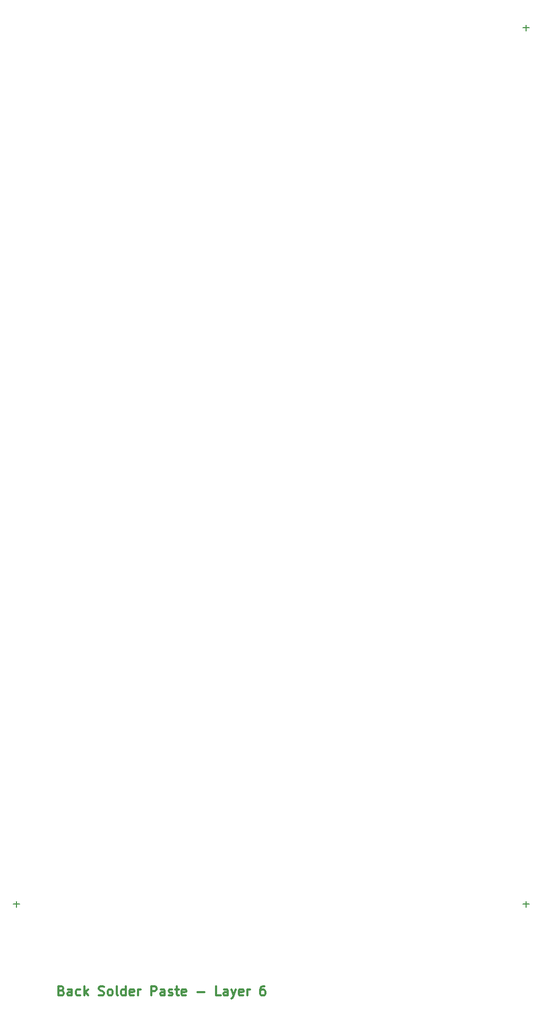
<source format=gbp>
G04 #@! TF.FileFunction,Paste,Bot*
%FSLAX46Y46*%
G04 Gerber Fmt 4.6, Leading zero omitted, Abs format (unit mm)*
G04 Created by KiCad (PCBNEW 4.0.5) date 01/22/17 20:45:39*
%MOMM*%
%LPD*%
G01*
G04 APERTURE LIST*
%ADD10C,0.150000*%
%ADD11C,0.127000*%
%ADD12C,0.299720*%
G04 APERTURE END LIST*
D10*
D11*
X107163809Y-22950714D02*
X106196190Y-22950714D01*
X106680000Y-23434524D02*
X106680000Y-22466905D01*
X25883809Y-162650714D02*
X24916190Y-162650714D01*
X25400000Y-163134524D02*
X25400000Y-162166905D01*
X107163809Y-162650714D02*
X106196190Y-162650714D01*
X106680000Y-163134524D02*
X106680000Y-162166905D01*
D12*
X32607794Y-176422776D02*
X32822243Y-176494259D01*
X32893726Y-176565741D01*
X32965209Y-176708707D01*
X32965209Y-176923156D01*
X32893726Y-177066121D01*
X32822243Y-177137604D01*
X32679277Y-177209087D01*
X32107414Y-177209087D01*
X32107414Y-175707947D01*
X32607794Y-175707947D01*
X32750760Y-175779430D01*
X32822243Y-175850913D01*
X32893726Y-175993879D01*
X32893726Y-176136844D01*
X32822243Y-176279810D01*
X32750760Y-176351293D01*
X32607794Y-176422776D01*
X32107414Y-176422776D01*
X34251900Y-177209087D02*
X34251900Y-176422776D01*
X34180417Y-176279810D01*
X34037451Y-176208327D01*
X33751520Y-176208327D01*
X33608554Y-176279810D01*
X34251900Y-177137604D02*
X34108934Y-177209087D01*
X33751520Y-177209087D01*
X33608554Y-177137604D01*
X33537071Y-176994639D01*
X33537071Y-176851673D01*
X33608554Y-176708707D01*
X33751520Y-176637224D01*
X34108934Y-176637224D01*
X34251900Y-176565741D01*
X35610074Y-177137604D02*
X35467108Y-177209087D01*
X35181177Y-177209087D01*
X35038211Y-177137604D01*
X34966728Y-177066121D01*
X34895245Y-176923156D01*
X34895245Y-176494259D01*
X34966728Y-176351293D01*
X35038211Y-176279810D01*
X35181177Y-176208327D01*
X35467108Y-176208327D01*
X35610074Y-176279810D01*
X36253419Y-177209087D02*
X36253419Y-175707947D01*
X36396385Y-176637224D02*
X36825282Y-177209087D01*
X36825282Y-176208327D02*
X36253419Y-176780190D01*
X38540871Y-177137604D02*
X38755320Y-177209087D01*
X39112734Y-177209087D01*
X39255700Y-177137604D01*
X39327183Y-177066121D01*
X39398666Y-176923156D01*
X39398666Y-176780190D01*
X39327183Y-176637224D01*
X39255700Y-176565741D01*
X39112734Y-176494259D01*
X38826803Y-176422776D01*
X38683837Y-176351293D01*
X38612354Y-176279810D01*
X38540871Y-176136844D01*
X38540871Y-175993879D01*
X38612354Y-175850913D01*
X38683837Y-175779430D01*
X38826803Y-175707947D01*
X39184217Y-175707947D01*
X39398666Y-175779430D01*
X40256460Y-177209087D02*
X40113494Y-177137604D01*
X40042011Y-177066121D01*
X39970528Y-176923156D01*
X39970528Y-176494259D01*
X40042011Y-176351293D01*
X40113494Y-176279810D01*
X40256460Y-176208327D01*
X40470908Y-176208327D01*
X40613874Y-176279810D01*
X40685357Y-176351293D01*
X40756840Y-176494259D01*
X40756840Y-176923156D01*
X40685357Y-177066121D01*
X40613874Y-177137604D01*
X40470908Y-177209087D01*
X40256460Y-177209087D01*
X41614634Y-177209087D02*
X41471668Y-177137604D01*
X41400185Y-176994639D01*
X41400185Y-175707947D01*
X42829842Y-177209087D02*
X42829842Y-175707947D01*
X42829842Y-177137604D02*
X42686876Y-177209087D01*
X42400945Y-177209087D01*
X42257979Y-177137604D01*
X42186496Y-177066121D01*
X42115013Y-176923156D01*
X42115013Y-176494259D01*
X42186496Y-176351293D01*
X42257979Y-176279810D01*
X42400945Y-176208327D01*
X42686876Y-176208327D01*
X42829842Y-176279810D01*
X44116533Y-177137604D02*
X43973567Y-177209087D01*
X43687636Y-177209087D01*
X43544670Y-177137604D01*
X43473187Y-176994639D01*
X43473187Y-176422776D01*
X43544670Y-176279810D01*
X43687636Y-176208327D01*
X43973567Y-176208327D01*
X44116533Y-176279810D01*
X44188016Y-176422776D01*
X44188016Y-176565741D01*
X43473187Y-176708707D01*
X44831361Y-177209087D02*
X44831361Y-176208327D01*
X44831361Y-176494259D02*
X44902844Y-176351293D01*
X44974327Y-176279810D01*
X45117293Y-176208327D01*
X45260258Y-176208327D01*
X46904364Y-177209087D02*
X46904364Y-175707947D01*
X47476227Y-175707947D01*
X47619193Y-175779430D01*
X47690676Y-175850913D01*
X47762159Y-175993879D01*
X47762159Y-176208327D01*
X47690676Y-176351293D01*
X47619193Y-176422776D01*
X47476227Y-176494259D01*
X46904364Y-176494259D01*
X49048850Y-177209087D02*
X49048850Y-176422776D01*
X48977367Y-176279810D01*
X48834401Y-176208327D01*
X48548470Y-176208327D01*
X48405504Y-176279810D01*
X49048850Y-177137604D02*
X48905884Y-177209087D01*
X48548470Y-177209087D01*
X48405504Y-177137604D01*
X48334021Y-176994639D01*
X48334021Y-176851673D01*
X48405504Y-176708707D01*
X48548470Y-176637224D01*
X48905884Y-176637224D01*
X49048850Y-176565741D01*
X49692195Y-177137604D02*
X49835161Y-177209087D01*
X50121093Y-177209087D01*
X50264058Y-177137604D01*
X50335541Y-176994639D01*
X50335541Y-176923156D01*
X50264058Y-176780190D01*
X50121093Y-176708707D01*
X49906644Y-176708707D01*
X49763678Y-176637224D01*
X49692195Y-176494259D01*
X49692195Y-176422776D01*
X49763678Y-176279810D01*
X49906644Y-176208327D01*
X50121093Y-176208327D01*
X50264058Y-176279810D01*
X50764439Y-176208327D02*
X51336302Y-176208327D01*
X50978887Y-175707947D02*
X50978887Y-176994639D01*
X51050370Y-177137604D01*
X51193336Y-177209087D01*
X51336302Y-177209087D01*
X52408544Y-177137604D02*
X52265578Y-177209087D01*
X51979647Y-177209087D01*
X51836681Y-177137604D01*
X51765198Y-176994639D01*
X51765198Y-176422776D01*
X51836681Y-176279810D01*
X51979647Y-176208327D01*
X52265578Y-176208327D01*
X52408544Y-176279810D01*
X52480027Y-176422776D01*
X52480027Y-176565741D01*
X51765198Y-176708707D01*
X54267098Y-176637224D02*
X55410824Y-176637224D01*
X57984207Y-177209087D02*
X57269378Y-177209087D01*
X57269378Y-175707947D01*
X59127933Y-177209087D02*
X59127933Y-176422776D01*
X59056450Y-176279810D01*
X58913484Y-176208327D01*
X58627553Y-176208327D01*
X58484587Y-176279810D01*
X59127933Y-177137604D02*
X58984967Y-177209087D01*
X58627553Y-177209087D01*
X58484587Y-177137604D01*
X58413104Y-176994639D01*
X58413104Y-176851673D01*
X58484587Y-176708707D01*
X58627553Y-176637224D01*
X58984967Y-176637224D01*
X59127933Y-176565741D01*
X59699796Y-176208327D02*
X60057210Y-177209087D01*
X60414624Y-176208327D02*
X60057210Y-177209087D01*
X59914244Y-177566501D01*
X59842761Y-177637984D01*
X59699796Y-177709467D01*
X61558350Y-177137604D02*
X61415384Y-177209087D01*
X61129453Y-177209087D01*
X60986487Y-177137604D01*
X60915004Y-176994639D01*
X60915004Y-176422776D01*
X60986487Y-176279810D01*
X61129453Y-176208327D01*
X61415384Y-176208327D01*
X61558350Y-176279810D01*
X61629833Y-176422776D01*
X61629833Y-176565741D01*
X60915004Y-176708707D01*
X62273178Y-177209087D02*
X62273178Y-176208327D01*
X62273178Y-176494259D02*
X62344661Y-176351293D01*
X62416144Y-176279810D01*
X62559110Y-176208327D01*
X62702075Y-176208327D01*
X64989527Y-175707947D02*
X64703596Y-175707947D01*
X64560630Y-175779430D01*
X64489147Y-175850913D01*
X64346181Y-176065361D01*
X64274698Y-176351293D01*
X64274698Y-176923156D01*
X64346181Y-177066121D01*
X64417664Y-177137604D01*
X64560630Y-177209087D01*
X64846561Y-177209087D01*
X64989527Y-177137604D01*
X65061010Y-177066121D01*
X65132493Y-176923156D01*
X65132493Y-176565741D01*
X65061010Y-176422776D01*
X64989527Y-176351293D01*
X64846561Y-176279810D01*
X64560630Y-176279810D01*
X64417664Y-176351293D01*
X64346181Y-176422776D01*
X64274698Y-176565741D01*
M02*

</source>
